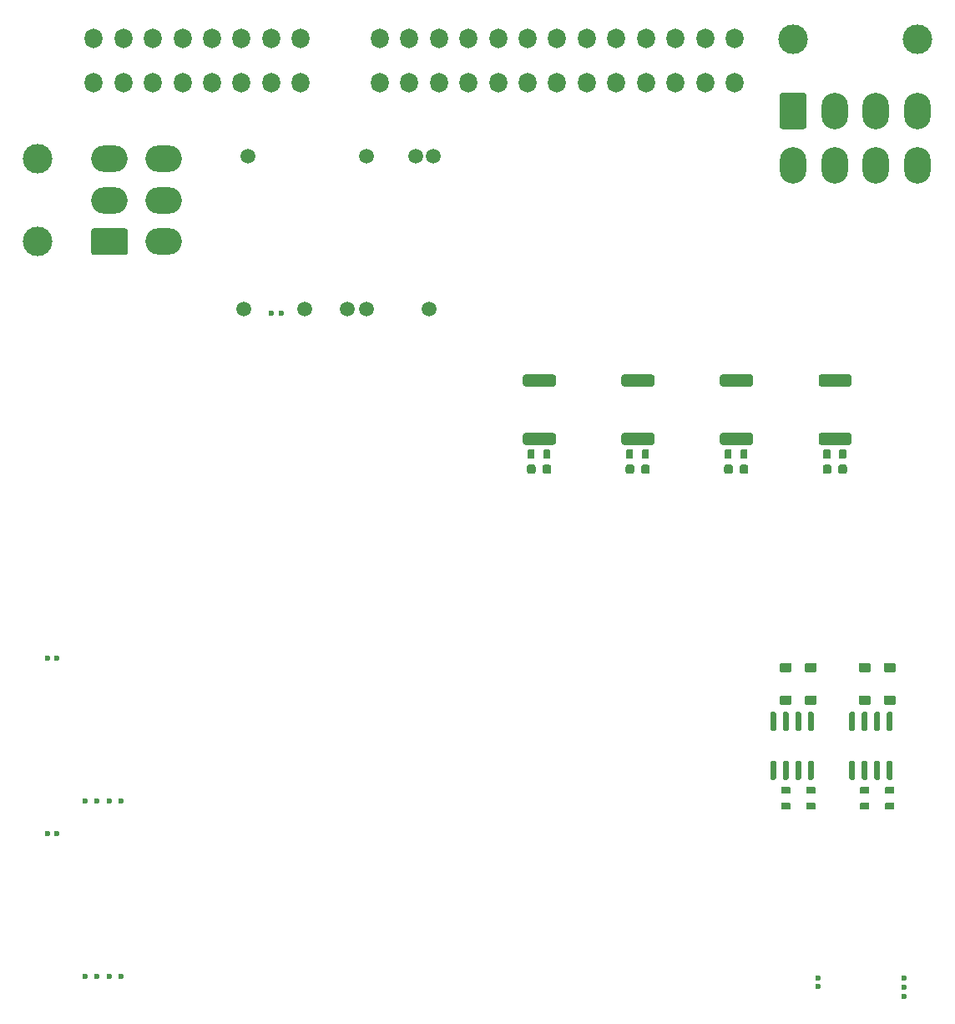
<source format=gbs>
G04 #@! TF.GenerationSoftware,KiCad,Pcbnew,8.0.9-8.0.9-0~ubuntu24.04.1*
G04 #@! TF.CreationDate,2025-06-29T23:13:03+00:00*
G04 #@! TF.ProjectId,EP91Starlet,45503931-5374-4617-926c-65742e6b6963,rev?*
G04 #@! TF.SameCoordinates,Original*
G04 #@! TF.FileFunction,Soldermask,Bot*
G04 #@! TF.FilePolarity,Negative*
%FSLAX46Y46*%
G04 Gerber Fmt 4.6, Leading zero omitted, Abs format (unit mm)*
G04 Created by KiCad (PCBNEW 8.0.9-8.0.9-0~ubuntu24.04.1) date 2025-06-29 23:13:03*
%MOMM*%
%LPD*%
G01*
G04 APERTURE LIST*
%ADD10C,3.000000*%
%ADD11O,2.700000X3.700000*%
%ADD12C,0.600000*%
%ADD13C,1.500000*%
%ADD14O,1.800000X2.000000*%
%ADD15O,3.700000X2.700000*%
G04 APERTURE END LIST*
D10*
G04 #@! TO.C,J1*
X78976000Y98068000D03*
X91576000Y98068000D03*
G36*
G01*
X77626000Y89168001D02*
X77626000Y92367999D01*
G75*
G02*
X77876001Y92618000I250001J0D01*
G01*
X80075999Y92618000D01*
G75*
G02*
X80326000Y92367999I0J-250001D01*
G01*
X80326000Y89168001D01*
G75*
G02*
X80075999Y88918000I-250001J0D01*
G01*
X77876001Y88918000D01*
G75*
G02*
X77626000Y89168001I0J250001D01*
G01*
G37*
D11*
X83176000Y90768000D03*
X87376000Y90768000D03*
X91576000Y90768000D03*
X78976000Y85268000D03*
X83176000Y85268000D03*
X87376000Y85268000D03*
X91576000Y85268000D03*
G04 #@! TD*
D12*
G04 #@! TO.C,M1*
X8395500Y20834000D03*
X7195500Y20834000D03*
X9595500Y20834000D03*
X10795500Y20834000D03*
X4335500Y35259000D03*
X3335500Y35259000D03*
G04 #@! TD*
D13*
G04 #@! TO.C,M6*
X42080000Y70698003D03*
X35680003Y70698003D03*
X33780000Y70698003D03*
X29480000Y70698003D03*
D12*
X27080003Y70248004D03*
X26080002Y70248004D03*
D13*
X23230000Y70698003D03*
X42530002Y86198000D03*
X40680003Y86198000D03*
X35730000Y86198000D03*
X23680002Y86198000D03*
G04 #@! TD*
D12*
G04 #@! TO.C,M5*
X8395500Y3054000D03*
X7195500Y3054000D03*
X9595500Y3054000D03*
X10795500Y3054000D03*
X4335500Y17479000D03*
X3335500Y17479000D03*
G04 #@! TD*
D14*
G04 #@! TO.C,U1*
X8056000Y93650000D03*
X11056000Y93650000D03*
X14056000Y93650000D03*
X17056000Y93650000D03*
X20056000Y93650000D03*
X23056000Y93650000D03*
X26056000Y93650000D03*
X29056000Y93650000D03*
X37056000Y93650000D03*
X40056000Y93650000D03*
X43056000Y93650000D03*
X46056000Y93650000D03*
X49056000Y93650000D03*
X52056000Y93650000D03*
X55056000Y93650000D03*
X58056000Y93650000D03*
X61056000Y93650000D03*
X64056000Y93650000D03*
X67056000Y93650000D03*
X70056000Y93650000D03*
X73056000Y93650000D03*
X73056000Y98150000D03*
X70056000Y98150000D03*
X67056000Y98150000D03*
X64056000Y98150000D03*
X61056000Y98150000D03*
X58056000Y98150000D03*
X55056000Y98150000D03*
X52056000Y98150000D03*
X49056000Y98150000D03*
X46056000Y98150000D03*
X43056000Y98150000D03*
X40056000Y98150000D03*
X37056000Y98150000D03*
X29056000Y98150000D03*
X26056000Y98150000D03*
X23056000Y98150000D03*
X20056000Y98150000D03*
X17056000Y98150000D03*
X14056000Y98150000D03*
X11056000Y98150000D03*
X8056000Y98150000D03*
G04 #@! TD*
D10*
G04 #@! TO.C,J2*
X2352000Y77512000D03*
X2352000Y85912000D03*
G36*
G01*
X11251999Y76162000D02*
X8052001Y76162000D01*
G75*
G02*
X7802000Y76412001I0J250001D01*
G01*
X7802000Y78611999D01*
G75*
G02*
X8052001Y78862000I250001J0D01*
G01*
X11251999Y78862000D01*
G75*
G02*
X11502000Y78611999I0J-250001D01*
G01*
X11502000Y76412001D01*
G75*
G02*
X11251999Y76162000I-250001J0D01*
G01*
G37*
D15*
X9652000Y81712000D03*
X9652000Y85912000D03*
X15152000Y77512000D03*
X15152000Y81712000D03*
X15152000Y85912000D03*
G04 #@! TD*
D12*
G04 #@! TO.C,M3*
X90202000Y2880000D03*
X90202000Y1930000D03*
X90202000Y980002D03*
X81502000Y1980000D03*
X81502000Y2880000D03*
G04 #@! TD*
G04 #@! TO.C,F2*
G36*
G01*
X64443500Y54693250D02*
X64443500Y54180750D01*
G75*
G02*
X64224750Y53962000I-218750J0D01*
G01*
X63787250Y53962000D01*
G75*
G02*
X63568500Y54180750I0J218750D01*
G01*
X63568500Y54693250D01*
G75*
G02*
X63787250Y54912000I218750J0D01*
G01*
X64224750Y54912000D01*
G75*
G02*
X64443500Y54693250I0J-218750D01*
G01*
G37*
G36*
G01*
X62868500Y54693250D02*
X62868500Y54180750D01*
G75*
G02*
X62649750Y53962000I-218750J0D01*
G01*
X62212250Y53962000D01*
G75*
G02*
X61993500Y54180750I0J218750D01*
G01*
X61993500Y54693250D01*
G75*
G02*
X62212250Y54912000I218750J0D01*
G01*
X62649750Y54912000D01*
G75*
G02*
X62868500Y54693250I0J-218750D01*
G01*
G37*
G04 #@! TD*
G04 #@! TO.C,R13*
G36*
G01*
X72056000Y55571000D02*
X72056000Y56351000D01*
G75*
G02*
X72126000Y56421000I70000J0D01*
G01*
X72686000Y56421000D01*
G75*
G02*
X72756000Y56351000I0J-70000D01*
G01*
X72756000Y55571000D01*
G75*
G02*
X72686000Y55501000I-70000J0D01*
G01*
X72126000Y55501000D01*
G75*
G02*
X72056000Y55571000I0J70000D01*
G01*
G37*
G36*
G01*
X73656000Y55571000D02*
X73656000Y56351000D01*
G75*
G02*
X73726000Y56421000I70000J0D01*
G01*
X74286000Y56421000D01*
G75*
G02*
X74356000Y56351000I0J-70000D01*
G01*
X74356000Y55571000D01*
G75*
G02*
X74286000Y55501000I-70000J0D01*
G01*
X73726000Y55501000D01*
G75*
G02*
X73656000Y55571000I0J70000D01*
G01*
G37*
G04 #@! TD*
G04 #@! TO.C,R14*
G36*
G01*
X82056000Y55571000D02*
X82056000Y56351000D01*
G75*
G02*
X82126000Y56421000I70000J0D01*
G01*
X82686000Y56421000D01*
G75*
G02*
X82756000Y56351000I0J-70000D01*
G01*
X82756000Y55571000D01*
G75*
G02*
X82686000Y55501000I-70000J0D01*
G01*
X82126000Y55501000D01*
G75*
G02*
X82056000Y55571000I0J70000D01*
G01*
G37*
G36*
G01*
X83656000Y55571000D02*
X83656000Y56351000D01*
G75*
G02*
X83726000Y56421000I70000J0D01*
G01*
X84286000Y56421000D01*
G75*
G02*
X84356000Y56351000I0J-70000D01*
G01*
X84356000Y55571000D01*
G75*
G02*
X84286000Y55501000I-70000J0D01*
G01*
X83726000Y55501000D01*
G75*
G02*
X83656000Y55571000I0J70000D01*
G01*
G37*
G04 #@! TD*
G04 #@! TO.C,R9*
G36*
G01*
X52056000Y55571000D02*
X52056000Y56351000D01*
G75*
G02*
X52126000Y56421000I70000J0D01*
G01*
X52686000Y56421000D01*
G75*
G02*
X52756000Y56351000I0J-70000D01*
G01*
X52756000Y55571000D01*
G75*
G02*
X52686000Y55501000I-70000J0D01*
G01*
X52126000Y55501000D01*
G75*
G02*
X52056000Y55571000I0J70000D01*
G01*
G37*
G36*
G01*
X53656000Y55571000D02*
X53656000Y56351000D01*
G75*
G02*
X53726000Y56421000I70000J0D01*
G01*
X54286000Y56421000D01*
G75*
G02*
X54356000Y56351000I0J-70000D01*
G01*
X54356000Y55571000D01*
G75*
G02*
X54286000Y55501000I-70000J0D01*
G01*
X53726000Y55501000D01*
G75*
G02*
X53656000Y55571000I0J70000D01*
G01*
G37*
G04 #@! TD*
G04 #@! TO.C,F3*
G36*
G01*
X74443500Y54693250D02*
X74443500Y54180750D01*
G75*
G02*
X74224750Y53962000I-218750J0D01*
G01*
X73787250Y53962000D01*
G75*
G02*
X73568500Y54180750I0J218750D01*
G01*
X73568500Y54693250D01*
G75*
G02*
X73787250Y54912000I218750J0D01*
G01*
X74224750Y54912000D01*
G75*
G02*
X74443500Y54693250I0J-218750D01*
G01*
G37*
G36*
G01*
X72868500Y54693250D02*
X72868500Y54180750D01*
G75*
G02*
X72649750Y53962000I-218750J0D01*
G01*
X72212250Y53962000D01*
G75*
G02*
X71993500Y54180750I0J218750D01*
G01*
X71993500Y54693250D01*
G75*
G02*
X72212250Y54912000I218750J0D01*
G01*
X72649750Y54912000D01*
G75*
G02*
X72868500Y54693250I0J-218750D01*
G01*
G37*
G04 #@! TD*
G04 #@! TO.C,R5*
G36*
G01*
X78622000Y19948000D02*
X77842000Y19948000D01*
G75*
G02*
X77772000Y20018000I0J70000D01*
G01*
X77772000Y20578000D01*
G75*
G02*
X77842000Y20648000I70000J0D01*
G01*
X78622000Y20648000D01*
G75*
G02*
X78692000Y20578000I0J-70000D01*
G01*
X78692000Y20018000D01*
G75*
G02*
X78622000Y19948000I-70000J0D01*
G01*
G37*
G36*
G01*
X78622000Y21548000D02*
X77842000Y21548000D01*
G75*
G02*
X77772000Y21618000I0J70000D01*
G01*
X77772000Y22178000D01*
G75*
G02*
X77842000Y22248000I70000J0D01*
G01*
X78622000Y22248000D01*
G75*
G02*
X78692000Y22178000I0J-70000D01*
G01*
X78692000Y21618000D01*
G75*
G02*
X78622000Y21548000I-70000J0D01*
G01*
G37*
G04 #@! TD*
G04 #@! TO.C,R6*
G36*
G01*
X81162000Y19948000D02*
X80382000Y19948000D01*
G75*
G02*
X80312000Y20018000I0J70000D01*
G01*
X80312000Y20578000D01*
G75*
G02*
X80382000Y20648000I70000J0D01*
G01*
X81162000Y20648000D01*
G75*
G02*
X81232000Y20578000I0J-70000D01*
G01*
X81232000Y20018000D01*
G75*
G02*
X81162000Y19948000I-70000J0D01*
G01*
G37*
G36*
G01*
X81162000Y21548000D02*
X80382000Y21548000D01*
G75*
G02*
X80312000Y21618000I0J70000D01*
G01*
X80312000Y22178000D01*
G75*
G02*
X80382000Y22248000I70000J0D01*
G01*
X81162000Y22248000D01*
G75*
G02*
X81232000Y22178000I0J-70000D01*
G01*
X81232000Y21618000D01*
G75*
G02*
X81162000Y21548000I-70000J0D01*
G01*
G37*
G04 #@! TD*
G04 #@! TO.C,F1*
G36*
G01*
X54443500Y54693250D02*
X54443500Y54180750D01*
G75*
G02*
X54224750Y53962000I-218750J0D01*
G01*
X53787250Y53962000D01*
G75*
G02*
X53568500Y54180750I0J218750D01*
G01*
X53568500Y54693250D01*
G75*
G02*
X53787250Y54912000I218750J0D01*
G01*
X54224750Y54912000D01*
G75*
G02*
X54443500Y54693250I0J-218750D01*
G01*
G37*
G36*
G01*
X52868500Y54693250D02*
X52868500Y54180750D01*
G75*
G02*
X52649750Y53962000I-218750J0D01*
G01*
X52212250Y53962000D01*
G75*
G02*
X51993500Y54180750I0J218750D01*
G01*
X51993500Y54693250D01*
G75*
G02*
X52212250Y54912000I218750J0D01*
G01*
X52649750Y54912000D01*
G75*
G02*
X52868500Y54693250I0J-218750D01*
G01*
G37*
G04 #@! TD*
G04 #@! TO.C,R15*
G36*
G01*
X74670000Y56902500D02*
X71820000Y56902500D01*
G75*
G02*
X71570000Y57152500I0J250000D01*
G01*
X71570000Y57877500D01*
G75*
G02*
X71820000Y58127500I250000J0D01*
G01*
X74670000Y58127500D01*
G75*
G02*
X74920000Y57877500I0J-250000D01*
G01*
X74920000Y57152500D01*
G75*
G02*
X74670000Y56902500I-250000J0D01*
G01*
G37*
G36*
G01*
X74670000Y62827500D02*
X71820000Y62827500D01*
G75*
G02*
X71570000Y63077500I0J250000D01*
G01*
X71570000Y63802500D01*
G75*
G02*
X71820000Y64052500I250000J0D01*
G01*
X74670000Y64052500D01*
G75*
G02*
X74920000Y63802500I0J-250000D01*
G01*
X74920000Y63077500D01*
G75*
G02*
X74670000Y62827500I-250000J0D01*
G01*
G37*
G04 #@! TD*
G04 #@! TO.C,R8*
G36*
G01*
X89162000Y19948000D02*
X88382000Y19948000D01*
G75*
G02*
X88312000Y20018000I0J70000D01*
G01*
X88312000Y20578000D01*
G75*
G02*
X88382000Y20648000I70000J0D01*
G01*
X89162000Y20648000D01*
G75*
G02*
X89232000Y20578000I0J-70000D01*
G01*
X89232000Y20018000D01*
G75*
G02*
X89162000Y19948000I-70000J0D01*
G01*
G37*
G36*
G01*
X89162000Y21548000D02*
X88382000Y21548000D01*
G75*
G02*
X88312000Y21618000I0J70000D01*
G01*
X88312000Y22178000D01*
G75*
G02*
X88382000Y22248000I70000J0D01*
G01*
X89162000Y22248000D01*
G75*
G02*
X89232000Y22178000I0J-70000D01*
G01*
X89232000Y21618000D01*
G75*
G02*
X89162000Y21548000I-70000J0D01*
G01*
G37*
G04 #@! TD*
G04 #@! TO.C,R12*
G36*
G01*
X64670000Y56902500D02*
X61820000Y56902500D01*
G75*
G02*
X61570000Y57152500I0J250000D01*
G01*
X61570000Y57877500D01*
G75*
G02*
X61820000Y58127500I250000J0D01*
G01*
X64670000Y58127500D01*
G75*
G02*
X64920000Y57877500I0J-250000D01*
G01*
X64920000Y57152500D01*
G75*
G02*
X64670000Y56902500I-250000J0D01*
G01*
G37*
G36*
G01*
X64670000Y62827500D02*
X61820000Y62827500D01*
G75*
G02*
X61570000Y63077500I0J250000D01*
G01*
X61570000Y63802500D01*
G75*
G02*
X61820000Y64052500I250000J0D01*
G01*
X64670000Y64052500D01*
G75*
G02*
X64920000Y63802500I0J-250000D01*
G01*
X64920000Y63077500D01*
G75*
G02*
X64670000Y62827500I-250000J0D01*
G01*
G37*
G04 #@! TD*
G04 #@! TO.C,R16*
G36*
G01*
X84670000Y56902500D02*
X81820000Y56902500D01*
G75*
G02*
X81570000Y57152500I0J250000D01*
G01*
X81570000Y57877500D01*
G75*
G02*
X81820000Y58127500I250000J0D01*
G01*
X84670000Y58127500D01*
G75*
G02*
X84920000Y57877500I0J-250000D01*
G01*
X84920000Y57152500D01*
G75*
G02*
X84670000Y56902500I-250000J0D01*
G01*
G37*
G36*
G01*
X84670000Y62827500D02*
X81820000Y62827500D01*
G75*
G02*
X81570000Y63077500I0J250000D01*
G01*
X81570000Y63802500D01*
G75*
G02*
X81820000Y64052500I250000J0D01*
G01*
X84670000Y64052500D01*
G75*
G02*
X84920000Y63802500I0J-250000D01*
G01*
X84920000Y63077500D01*
G75*
G02*
X84670000Y62827500I-250000J0D01*
G01*
G37*
G04 #@! TD*
G04 #@! TO.C,R10*
G36*
G01*
X62056000Y55571000D02*
X62056000Y56351000D01*
G75*
G02*
X62126000Y56421000I70000J0D01*
G01*
X62686000Y56421000D01*
G75*
G02*
X62756000Y56351000I0J-70000D01*
G01*
X62756000Y55571000D01*
G75*
G02*
X62686000Y55501000I-70000J0D01*
G01*
X62126000Y55501000D01*
G75*
G02*
X62056000Y55571000I0J70000D01*
G01*
G37*
G36*
G01*
X63656000Y55571000D02*
X63656000Y56351000D01*
G75*
G02*
X63726000Y56421000I70000J0D01*
G01*
X64286000Y56421000D01*
G75*
G02*
X64356000Y56351000I0J-70000D01*
G01*
X64356000Y55571000D01*
G75*
G02*
X64286000Y55501000I-70000J0D01*
G01*
X63726000Y55501000D01*
G75*
G02*
X63656000Y55571000I0J70000D01*
G01*
G37*
G04 #@! TD*
G04 #@! TO.C,D2*
G36*
G01*
X77722000Y34792000D02*
X78742000Y34792000D01*
G75*
G02*
X78832000Y34702000I0J-90000D01*
G01*
X78832000Y33982000D01*
G75*
G02*
X78742000Y33892000I-90000J0D01*
G01*
X77722000Y33892000D01*
G75*
G02*
X77632000Y33982000I0J90000D01*
G01*
X77632000Y34702000D01*
G75*
G02*
X77722000Y34792000I90000J0D01*
G01*
G37*
G36*
G01*
X77722000Y31492000D02*
X78742000Y31492000D01*
G75*
G02*
X78832000Y31402000I0J-90000D01*
G01*
X78832000Y30682000D01*
G75*
G02*
X78742000Y30592000I-90000J0D01*
G01*
X77722000Y30592000D01*
G75*
G02*
X77632000Y30682000I0J90000D01*
G01*
X77632000Y31402000D01*
G75*
G02*
X77722000Y31492000I90000J0D01*
G01*
G37*
G04 #@! TD*
G04 #@! TO.C,F4*
G36*
G01*
X84443500Y54693250D02*
X84443500Y54180750D01*
G75*
G02*
X84224750Y53962000I-218750J0D01*
G01*
X83787250Y53962000D01*
G75*
G02*
X83568500Y54180750I0J218750D01*
G01*
X83568500Y54693250D01*
G75*
G02*
X83787250Y54912000I218750J0D01*
G01*
X84224750Y54912000D01*
G75*
G02*
X84443500Y54693250I0J-218750D01*
G01*
G37*
G36*
G01*
X82868500Y54693250D02*
X82868500Y54180750D01*
G75*
G02*
X82649750Y53962000I-218750J0D01*
G01*
X82212250Y53962000D01*
G75*
G02*
X81993500Y54180750I0J218750D01*
G01*
X81993500Y54693250D01*
G75*
G02*
X82212250Y54912000I218750J0D01*
G01*
X82649750Y54912000D01*
G75*
G02*
X82868500Y54693250I0J-218750D01*
G01*
G37*
G04 #@! TD*
G04 #@! TO.C,D3*
G36*
G01*
X88262000Y34792000D02*
X89282000Y34792000D01*
G75*
G02*
X89372000Y34702000I0J-90000D01*
G01*
X89372000Y33982000D01*
G75*
G02*
X89282000Y33892000I-90000J0D01*
G01*
X88262000Y33892000D01*
G75*
G02*
X88172000Y33982000I0J90000D01*
G01*
X88172000Y34702000D01*
G75*
G02*
X88262000Y34792000I90000J0D01*
G01*
G37*
G36*
G01*
X88262000Y31492000D02*
X89282000Y31492000D01*
G75*
G02*
X89372000Y31402000I0J-90000D01*
G01*
X89372000Y30682000D01*
G75*
G02*
X89282000Y30592000I-90000J0D01*
G01*
X88262000Y30592000D01*
G75*
G02*
X88172000Y30682000I0J90000D01*
G01*
X88172000Y31402000D01*
G75*
G02*
X88262000Y31492000I90000J0D01*
G01*
G37*
G04 #@! TD*
G04 #@! TO.C,D1*
G36*
G01*
X80262000Y34792000D02*
X81282000Y34792000D01*
G75*
G02*
X81372000Y34702000I0J-90000D01*
G01*
X81372000Y33982000D01*
G75*
G02*
X81282000Y33892000I-90000J0D01*
G01*
X80262000Y33892000D01*
G75*
G02*
X80172000Y33982000I0J90000D01*
G01*
X80172000Y34702000D01*
G75*
G02*
X80262000Y34792000I90000J0D01*
G01*
G37*
G36*
G01*
X80262000Y31492000D02*
X81282000Y31492000D01*
G75*
G02*
X81372000Y31402000I0J-90000D01*
G01*
X81372000Y30682000D01*
G75*
G02*
X81282000Y30592000I-90000J0D01*
G01*
X80262000Y30592000D01*
G75*
G02*
X80172000Y30682000I0J90000D01*
G01*
X80172000Y31402000D01*
G75*
G02*
X80262000Y31492000I90000J0D01*
G01*
G37*
G04 #@! TD*
G04 #@! TO.C,U5*
G36*
G01*
X88922000Y22955000D02*
X88622000Y22955000D01*
G75*
G02*
X88472000Y23105000I0J150000D01*
G01*
X88472000Y24755000D01*
G75*
G02*
X88622000Y24905000I150000J0D01*
G01*
X88922000Y24905000D01*
G75*
G02*
X89072000Y24755000I0J-150000D01*
G01*
X89072000Y23105000D01*
G75*
G02*
X88922000Y22955000I-150000J0D01*
G01*
G37*
G36*
G01*
X87652000Y22955000D02*
X87352000Y22955000D01*
G75*
G02*
X87202000Y23105000I0J150000D01*
G01*
X87202000Y24755000D01*
G75*
G02*
X87352000Y24905000I150000J0D01*
G01*
X87652000Y24905000D01*
G75*
G02*
X87802000Y24755000I0J-150000D01*
G01*
X87802000Y23105000D01*
G75*
G02*
X87652000Y22955000I-150000J0D01*
G01*
G37*
G36*
G01*
X86382000Y22955000D02*
X86082000Y22955000D01*
G75*
G02*
X85932000Y23105000I0J150000D01*
G01*
X85932000Y24755000D01*
G75*
G02*
X86082000Y24905000I150000J0D01*
G01*
X86382000Y24905000D01*
G75*
G02*
X86532000Y24755000I0J-150000D01*
G01*
X86532000Y23105000D01*
G75*
G02*
X86382000Y22955000I-150000J0D01*
G01*
G37*
G36*
G01*
X85112000Y22955000D02*
X84812000Y22955000D01*
G75*
G02*
X84662000Y23105000I0J150000D01*
G01*
X84662000Y24755000D01*
G75*
G02*
X84812000Y24905000I150000J0D01*
G01*
X85112000Y24905000D01*
G75*
G02*
X85262000Y24755000I0J-150000D01*
G01*
X85262000Y23105000D01*
G75*
G02*
X85112000Y22955000I-150000J0D01*
G01*
G37*
G36*
G01*
X85112000Y27905000D02*
X84812000Y27905000D01*
G75*
G02*
X84662000Y28055000I0J150000D01*
G01*
X84662000Y29705000D01*
G75*
G02*
X84812000Y29855000I150000J0D01*
G01*
X85112000Y29855000D01*
G75*
G02*
X85262000Y29705000I0J-150000D01*
G01*
X85262000Y28055000D01*
G75*
G02*
X85112000Y27905000I-150000J0D01*
G01*
G37*
G36*
G01*
X86382000Y27905000D02*
X86082000Y27905000D01*
G75*
G02*
X85932000Y28055000I0J150000D01*
G01*
X85932000Y29705000D01*
G75*
G02*
X86082000Y29855000I150000J0D01*
G01*
X86382000Y29855000D01*
G75*
G02*
X86532000Y29705000I0J-150000D01*
G01*
X86532000Y28055000D01*
G75*
G02*
X86382000Y27905000I-150000J0D01*
G01*
G37*
G36*
G01*
X87652000Y27905000D02*
X87352000Y27905000D01*
G75*
G02*
X87202000Y28055000I0J150000D01*
G01*
X87202000Y29705000D01*
G75*
G02*
X87352000Y29855000I150000J0D01*
G01*
X87652000Y29855000D01*
G75*
G02*
X87802000Y29705000I0J-150000D01*
G01*
X87802000Y28055000D01*
G75*
G02*
X87652000Y27905000I-150000J0D01*
G01*
G37*
G36*
G01*
X88922000Y27905000D02*
X88622000Y27905000D01*
G75*
G02*
X88472000Y28055000I0J150000D01*
G01*
X88472000Y29705000D01*
G75*
G02*
X88622000Y29855000I150000J0D01*
G01*
X88922000Y29855000D01*
G75*
G02*
X89072000Y29705000I0J-150000D01*
G01*
X89072000Y28055000D01*
G75*
G02*
X88922000Y27905000I-150000J0D01*
G01*
G37*
G04 #@! TD*
G04 #@! TO.C,R7*
G36*
G01*
X86622000Y19948000D02*
X85842000Y19948000D01*
G75*
G02*
X85772000Y20018000I0J70000D01*
G01*
X85772000Y20578000D01*
G75*
G02*
X85842000Y20648000I70000J0D01*
G01*
X86622000Y20648000D01*
G75*
G02*
X86692000Y20578000I0J-70000D01*
G01*
X86692000Y20018000D01*
G75*
G02*
X86622000Y19948000I-70000J0D01*
G01*
G37*
G36*
G01*
X86622000Y21548000D02*
X85842000Y21548000D01*
G75*
G02*
X85772000Y21618000I0J70000D01*
G01*
X85772000Y22178000D01*
G75*
G02*
X85842000Y22248000I70000J0D01*
G01*
X86622000Y22248000D01*
G75*
G02*
X86692000Y22178000I0J-70000D01*
G01*
X86692000Y21618000D01*
G75*
G02*
X86622000Y21548000I-70000J0D01*
G01*
G37*
G04 #@! TD*
G04 #@! TO.C,R11*
G36*
G01*
X54670000Y56902500D02*
X51820000Y56902500D01*
G75*
G02*
X51570000Y57152500I0J250000D01*
G01*
X51570000Y57877500D01*
G75*
G02*
X51820000Y58127500I250000J0D01*
G01*
X54670000Y58127500D01*
G75*
G02*
X54920000Y57877500I0J-250000D01*
G01*
X54920000Y57152500D01*
G75*
G02*
X54670000Y56902500I-250000J0D01*
G01*
G37*
G36*
G01*
X54670000Y62827500D02*
X51820000Y62827500D01*
G75*
G02*
X51570000Y63077500I0J250000D01*
G01*
X51570000Y63802500D01*
G75*
G02*
X51820000Y64052500I250000J0D01*
G01*
X54670000Y64052500D01*
G75*
G02*
X54920000Y63802500I0J-250000D01*
G01*
X54920000Y63077500D01*
G75*
G02*
X54670000Y62827500I-250000J0D01*
G01*
G37*
G04 #@! TD*
G04 #@! TO.C,U4*
G36*
G01*
X80922000Y22955000D02*
X80622000Y22955000D01*
G75*
G02*
X80472000Y23105000I0J150000D01*
G01*
X80472000Y24755000D01*
G75*
G02*
X80622000Y24905000I150000J0D01*
G01*
X80922000Y24905000D01*
G75*
G02*
X81072000Y24755000I0J-150000D01*
G01*
X81072000Y23105000D01*
G75*
G02*
X80922000Y22955000I-150000J0D01*
G01*
G37*
G36*
G01*
X79652000Y22955000D02*
X79352000Y22955000D01*
G75*
G02*
X79202000Y23105000I0J150000D01*
G01*
X79202000Y24755000D01*
G75*
G02*
X79352000Y24905000I150000J0D01*
G01*
X79652000Y24905000D01*
G75*
G02*
X79802000Y24755000I0J-150000D01*
G01*
X79802000Y23105000D01*
G75*
G02*
X79652000Y22955000I-150000J0D01*
G01*
G37*
G36*
G01*
X78382000Y22955000D02*
X78082000Y22955000D01*
G75*
G02*
X77932000Y23105000I0J150000D01*
G01*
X77932000Y24755000D01*
G75*
G02*
X78082000Y24905000I150000J0D01*
G01*
X78382000Y24905000D01*
G75*
G02*
X78532000Y24755000I0J-150000D01*
G01*
X78532000Y23105000D01*
G75*
G02*
X78382000Y22955000I-150000J0D01*
G01*
G37*
G36*
G01*
X77112000Y22955000D02*
X76812000Y22955000D01*
G75*
G02*
X76662000Y23105000I0J150000D01*
G01*
X76662000Y24755000D01*
G75*
G02*
X76812000Y24905000I150000J0D01*
G01*
X77112000Y24905000D01*
G75*
G02*
X77262000Y24755000I0J-150000D01*
G01*
X77262000Y23105000D01*
G75*
G02*
X77112000Y22955000I-150000J0D01*
G01*
G37*
G36*
G01*
X77112000Y27905000D02*
X76812000Y27905000D01*
G75*
G02*
X76662000Y28055000I0J150000D01*
G01*
X76662000Y29705000D01*
G75*
G02*
X76812000Y29855000I150000J0D01*
G01*
X77112000Y29855000D01*
G75*
G02*
X77262000Y29705000I0J-150000D01*
G01*
X77262000Y28055000D01*
G75*
G02*
X77112000Y27905000I-150000J0D01*
G01*
G37*
G36*
G01*
X78382000Y27905000D02*
X78082000Y27905000D01*
G75*
G02*
X77932000Y28055000I0J150000D01*
G01*
X77932000Y29705000D01*
G75*
G02*
X78082000Y29855000I150000J0D01*
G01*
X78382000Y29855000D01*
G75*
G02*
X78532000Y29705000I0J-150000D01*
G01*
X78532000Y28055000D01*
G75*
G02*
X78382000Y27905000I-150000J0D01*
G01*
G37*
G36*
G01*
X79652000Y27905000D02*
X79352000Y27905000D01*
G75*
G02*
X79202000Y28055000I0J150000D01*
G01*
X79202000Y29705000D01*
G75*
G02*
X79352000Y29855000I150000J0D01*
G01*
X79652000Y29855000D01*
G75*
G02*
X79802000Y29705000I0J-150000D01*
G01*
X79802000Y28055000D01*
G75*
G02*
X79652000Y27905000I-150000J0D01*
G01*
G37*
G36*
G01*
X80922000Y27905000D02*
X80622000Y27905000D01*
G75*
G02*
X80472000Y28055000I0J150000D01*
G01*
X80472000Y29705000D01*
G75*
G02*
X80622000Y29855000I150000J0D01*
G01*
X80922000Y29855000D01*
G75*
G02*
X81072000Y29705000I0J-150000D01*
G01*
X81072000Y28055000D01*
G75*
G02*
X80922000Y27905000I-150000J0D01*
G01*
G37*
G04 #@! TD*
G04 #@! TO.C,D4*
G36*
G01*
X85722000Y34792000D02*
X86742000Y34792000D01*
G75*
G02*
X86832000Y34702000I0J-90000D01*
G01*
X86832000Y33982000D01*
G75*
G02*
X86742000Y33892000I-90000J0D01*
G01*
X85722000Y33892000D01*
G75*
G02*
X85632000Y33982000I0J90000D01*
G01*
X85632000Y34702000D01*
G75*
G02*
X85722000Y34792000I90000J0D01*
G01*
G37*
G36*
G01*
X85722000Y31492000D02*
X86742000Y31492000D01*
G75*
G02*
X86832000Y31402000I0J-90000D01*
G01*
X86832000Y30682000D01*
G75*
G02*
X86742000Y30592000I-90000J0D01*
G01*
X85722000Y30592000D01*
G75*
G02*
X85632000Y30682000I0J90000D01*
G01*
X85632000Y31402000D01*
G75*
G02*
X85722000Y31492000I90000J0D01*
G01*
G37*
G04 #@! TD*
M02*

</source>
